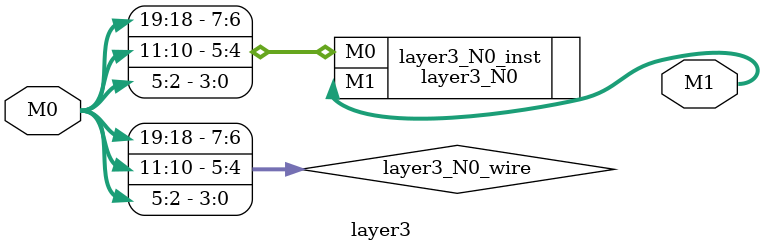
<source format=v>
module layer3 (input [29:0] M0, output [1:0] M1);

wire [7:0] layer3_N0_wire = {M0[19], M0[18], M0[11], M0[10], M0[5], M0[4], M0[3], M0[2]};
layer3_N0 layer3_N0_inst (.M0(layer3_N0_wire), .M1(M1[1:0]));

endmodule
</source>
